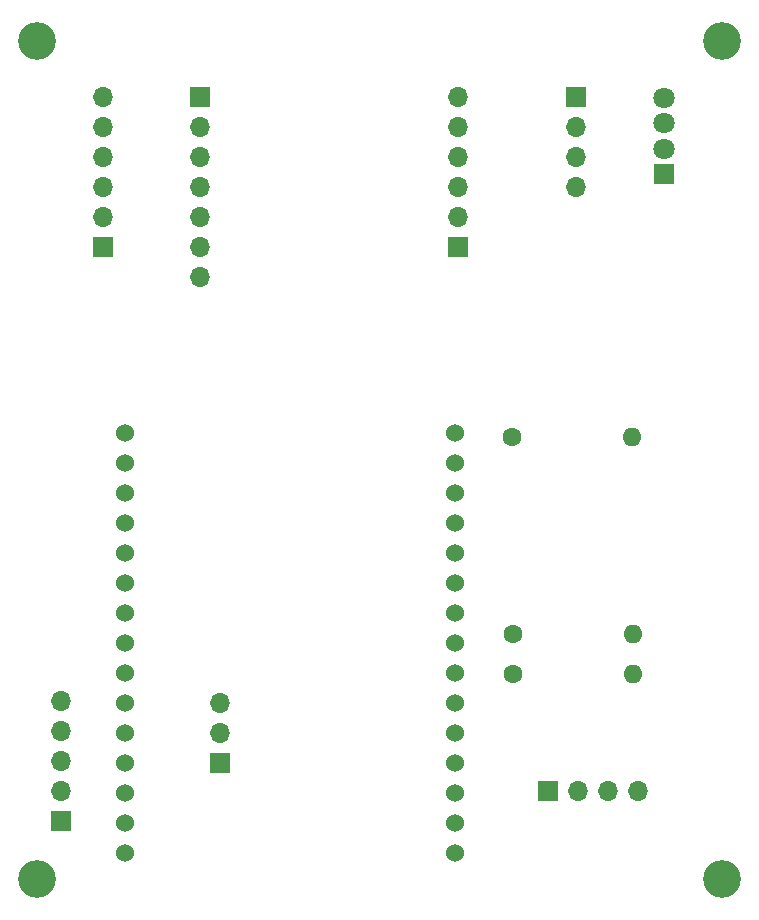
<source format=gbr>
%TF.GenerationSoftware,KiCad,Pcbnew,(5.1.10)-1*%
%TF.CreationDate,2021-10-26T11:38:04-05:00*%
%TF.ProjectId,co2_project,636f325f-7072-46f6-9a65-63742e6b6963,rev?*%
%TF.SameCoordinates,Original*%
%TF.FileFunction,Soldermask,Bot*%
%TF.FilePolarity,Negative*%
%FSLAX46Y46*%
G04 Gerber Fmt 4.6, Leading zero omitted, Abs format (unit mm)*
G04 Created by KiCad (PCBNEW (5.1.10)-1) date 2021-10-26 11:38:04*
%MOMM*%
%LPD*%
G01*
G04 APERTURE LIST*
%ADD10O,1.700000X1.700000*%
%ADD11R,1.700000X1.700000*%
%ADD12C,3.200000*%
%ADD13R,1.800000X1.800000*%
%ADD14C,1.800000*%
%ADD15C,1.600000*%
%ADD16O,1.600000X1.600000*%
%ADD17C,1.524000*%
G04 APERTURE END LIST*
D10*
%TO.C,U7*%
X156370000Y-128000000D03*
X153830000Y-128000000D03*
X151290000Y-128000000D03*
D11*
X148750000Y-128000000D03*
%TD*%
D10*
%TO.C,U4*%
X141150000Y-69250000D03*
X141150000Y-71790000D03*
X141150000Y-74330000D03*
X141150000Y-76870000D03*
X141150000Y-79410000D03*
D11*
X141150000Y-81950000D03*
%TD*%
D10*
%TO.C,U6*%
X119300000Y-84540000D03*
X119300000Y-82000000D03*
X119300000Y-79460000D03*
X119300000Y-76920000D03*
X119300000Y-74380000D03*
X119300000Y-71840000D03*
D11*
X119300000Y-69300000D03*
%TD*%
D10*
%TO.C,U5*%
X111050000Y-69300000D03*
X111050000Y-71840000D03*
X111050000Y-74380000D03*
X111050000Y-76920000D03*
X111050000Y-79460000D03*
D11*
X111050000Y-82000000D03*
%TD*%
D10*
%TO.C,J1*%
X107500000Y-120390000D03*
X107500000Y-122930000D03*
X107500000Y-125470000D03*
X107500000Y-128010000D03*
D11*
X107500000Y-130550000D03*
%TD*%
D12*
%TO.C,*%
X105500000Y-64500000D03*
%TD*%
%TO.C,*%
X105500000Y-135500000D03*
%TD*%
%TO.C,*%
X163500000Y-135500000D03*
%TD*%
%TO.C,*%
X163500000Y-64500000D03*
%TD*%
D13*
%TO.C,D1*%
X158600000Y-75800000D03*
D14*
X158600000Y-73641000D03*
X158600000Y-71482000D03*
X158600000Y-69323000D03*
%TD*%
D15*
%TO.C,R1*%
X145800000Y-118100000D03*
D16*
X155960000Y-118100000D03*
%TD*%
%TO.C,R1*%
X155960000Y-114700000D03*
D15*
X145800000Y-114700000D03*
%TD*%
%TO.C,R1*%
X145700000Y-98050000D03*
D16*
X155860000Y-98050000D03*
%TD*%
D11*
%TO.C,U1*%
X121000000Y-125700000D03*
D10*
X121000000Y-123160000D03*
X121000000Y-120620000D03*
%TD*%
D17*
%TO.C,U2*%
X112980000Y-97730000D03*
X112980000Y-100270000D03*
X112980000Y-102810000D03*
X112980000Y-105350000D03*
X112980000Y-107890000D03*
X112980000Y-110430000D03*
X112980000Y-112970000D03*
X112980000Y-115510000D03*
X112980000Y-118050000D03*
X112980000Y-120590000D03*
X112980000Y-123130000D03*
X112980000Y-125670000D03*
X112980000Y-128210000D03*
X112980000Y-130750000D03*
X112980000Y-133290000D03*
X140920000Y-133290000D03*
X140920000Y-130750000D03*
X140920000Y-128210000D03*
X140920000Y-125670000D03*
X140920000Y-123130000D03*
X140920000Y-120590000D03*
X140920000Y-118050000D03*
X140920000Y-115510000D03*
X140920000Y-112970000D03*
X140920000Y-110430000D03*
X140920000Y-107890000D03*
X140920000Y-105350000D03*
X140920000Y-102810000D03*
X140920000Y-100270000D03*
X140920000Y-97730000D03*
%TD*%
D11*
%TO.C,U3*%
X151100000Y-69300000D03*
D10*
X151100000Y-71840000D03*
X151100000Y-74380000D03*
X151100000Y-76920000D03*
%TD*%
M02*

</source>
